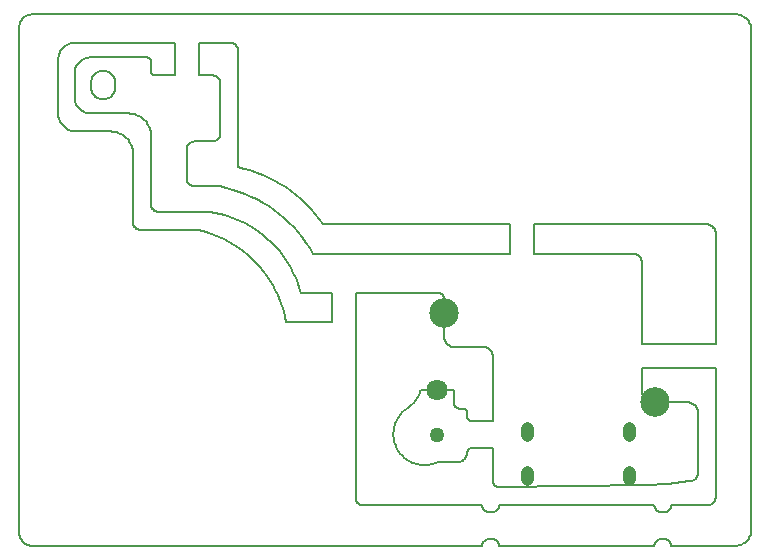
<source format=gbs>
G75*
G70*
%OFA0B0*%
%FSLAX24Y24*%
%IPPOS*%
%LPD*%
%AMOC8*
5,1,8,0,0,1.08239X$1,22.5*
%
%ADD10C,0.0050*%
%ADD11C,0.0004*%
%ADD12C,0.0433*%
%ADD13C,0.0500*%
%ADD14C,0.0709*%
%ADD15C,0.0984*%
D10*
X000929Y000534D02*
X015972Y000534D01*
X015972Y000562D01*
X015976Y000590D01*
X015983Y000617D01*
X015994Y000643D01*
X016008Y000667D01*
X016025Y000689D01*
X016045Y000709D01*
X016067Y000726D01*
X016091Y000740D01*
X016117Y000751D01*
X016144Y000758D01*
X016172Y000762D01*
X016322Y000762D01*
X016350Y000758D01*
X016377Y000751D01*
X016403Y000740D01*
X016427Y000726D01*
X016449Y000709D01*
X016469Y000689D01*
X016486Y000667D01*
X016500Y000643D01*
X016511Y000617D01*
X016518Y000590D01*
X016522Y000562D01*
X016522Y000534D01*
X021709Y000534D01*
X021709Y000562D01*
X021713Y000590D01*
X021720Y000617D01*
X021731Y000643D01*
X021745Y000667D01*
X021762Y000689D01*
X021782Y000709D01*
X021804Y000726D01*
X021828Y000740D01*
X021854Y000751D01*
X021881Y000758D01*
X021909Y000762D01*
X022059Y000762D01*
X022088Y000758D01*
X022115Y000751D01*
X022141Y000741D01*
X022166Y000727D01*
X022189Y000710D01*
X022209Y000690D01*
X022227Y000668D01*
X022241Y000643D01*
X022253Y000617D01*
X022260Y000590D01*
X022264Y000562D01*
X022265Y000534D01*
X022264Y000534D02*
X024328Y000534D01*
X024327Y000533D02*
X024374Y000530D01*
X024420Y000531D01*
X024466Y000536D01*
X024512Y000544D01*
X024556Y000557D01*
X024600Y000573D01*
X024642Y000592D01*
X024682Y000615D01*
X024720Y000641D01*
X024756Y000671D01*
X024790Y000703D01*
X024821Y000737D01*
X024848Y000775D01*
X024873Y000814D01*
X024894Y000855D01*
X024912Y000898D01*
X024926Y000942D01*
X024936Y000987D01*
X024943Y001033D01*
X024943Y001034D02*
X024943Y017752D01*
X024943Y017753D02*
X024936Y017798D01*
X024926Y017844D01*
X024911Y017888D01*
X024894Y017930D01*
X024872Y017971D01*
X024848Y018011D01*
X024820Y018048D01*
X024789Y018082D01*
X024756Y018114D01*
X024720Y018143D01*
X024682Y018170D01*
X024641Y018192D01*
X024599Y018212D01*
X024556Y018228D01*
X024511Y018240D01*
X024466Y018248D01*
X024420Y018253D01*
X024374Y018254D01*
X024327Y018251D01*
X024328Y018250D02*
X000929Y018250D01*
X000930Y018250D02*
X000889Y018243D01*
X000849Y018233D01*
X000809Y018219D01*
X000772Y018201D01*
X000736Y018180D01*
X000702Y018156D01*
X000671Y018129D01*
X000642Y018099D01*
X000616Y018066D01*
X000593Y018032D01*
X000574Y017995D01*
X000558Y017956D01*
X000546Y017917D01*
X000537Y017876D01*
X000532Y017835D01*
X000531Y017793D01*
X000534Y017752D01*
X000534Y001034D01*
X000531Y000993D01*
X000532Y000951D01*
X000537Y000910D01*
X000545Y000869D01*
X000558Y000829D01*
X000574Y000791D01*
X000593Y000754D01*
X000616Y000719D01*
X000642Y000686D01*
X000670Y000656D01*
X000702Y000629D01*
X000736Y000604D01*
X000772Y000583D01*
X000809Y000565D01*
X000848Y000551D01*
X000889Y000541D01*
X000930Y000534D01*
X009437Y007981D02*
X009399Y008165D01*
X009352Y008348D01*
X009296Y008528D01*
X009232Y008705D01*
X009159Y008878D01*
X009077Y009048D01*
X008988Y009214D01*
X008890Y009375D01*
X008785Y009532D01*
X008672Y009683D01*
X008552Y009828D01*
X008425Y009967D01*
X008291Y010100D01*
X008151Y010226D01*
X008005Y010345D01*
X007854Y010457D01*
X007697Y010562D01*
X007535Y010659D01*
X007369Y010747D01*
X007199Y010828D01*
X007025Y010900D01*
X006847Y010964D01*
X006667Y011019D01*
X006484Y011065D01*
X004578Y011065D01*
X004548Y011067D01*
X004518Y011072D01*
X004489Y011081D01*
X004462Y011094D01*
X004436Y011109D01*
X004412Y011128D01*
X004391Y011149D01*
X004372Y011173D01*
X004357Y011199D01*
X004344Y011226D01*
X004335Y011255D01*
X004330Y011285D01*
X004328Y011315D01*
X004328Y013595D01*
X004326Y013649D01*
X004320Y013702D01*
X004311Y013754D01*
X004298Y013806D01*
X004281Y013857D01*
X004260Y013907D01*
X004236Y013954D01*
X004209Y014000D01*
X004178Y014044D01*
X004145Y014086D01*
X004108Y014125D01*
X004069Y014162D01*
X004027Y014195D01*
X003983Y014226D01*
X003937Y014253D01*
X003890Y014277D01*
X003840Y014298D01*
X003789Y014315D01*
X003737Y014328D01*
X003685Y014337D01*
X003632Y014343D01*
X003578Y014345D01*
X002387Y014345D01*
X002341Y014350D01*
X002296Y014359D01*
X002251Y014371D01*
X002207Y014386D01*
X002165Y014405D01*
X002124Y014428D01*
X002085Y014453D01*
X002048Y014481D01*
X002014Y014512D01*
X001982Y014546D01*
X001953Y014582D01*
X001927Y014621D01*
X001903Y014661D01*
X001884Y014703D01*
X001867Y014746D01*
X001854Y014791D01*
X001844Y014836D01*
X001838Y014882D01*
X001836Y014928D01*
X001837Y014975D01*
X001837Y016756D01*
X001839Y016801D01*
X001845Y016847D01*
X001854Y016891D01*
X001867Y016935D01*
X001883Y016977D01*
X001903Y017018D01*
X001927Y017057D01*
X001953Y017094D01*
X001982Y017129D01*
X002014Y017161D01*
X002049Y017190D01*
X002086Y017216D01*
X002125Y017240D01*
X002166Y017260D01*
X002208Y017276D01*
X002252Y017289D01*
X002296Y017298D01*
X002342Y017304D01*
X002387Y017306D01*
X005733Y017306D01*
X005733Y016215D01*
X005078Y016215D01*
X005055Y016217D01*
X005032Y016222D01*
X005010Y016231D01*
X004990Y016244D01*
X004972Y016259D01*
X004957Y016277D01*
X004944Y016297D01*
X004935Y016319D01*
X004930Y016342D01*
X004928Y016365D01*
X004928Y016665D01*
X004926Y016688D01*
X004921Y016711D01*
X004912Y016733D01*
X004899Y016753D01*
X004884Y016771D01*
X004866Y016786D01*
X004846Y016799D01*
X004824Y016808D01*
X004801Y016813D01*
X004778Y016815D01*
X002928Y016815D01*
X002883Y016813D01*
X002837Y016807D01*
X002793Y016798D01*
X002749Y016785D01*
X002707Y016769D01*
X002666Y016749D01*
X002627Y016725D01*
X002590Y016699D01*
X002555Y016670D01*
X002523Y016638D01*
X002494Y016603D01*
X002468Y016566D01*
X002444Y016527D01*
X002424Y016486D01*
X002408Y016444D01*
X002395Y016400D01*
X002386Y016356D01*
X002380Y016310D01*
X002378Y016265D01*
X002378Y015495D01*
X002380Y015450D01*
X002386Y015404D01*
X002395Y015360D01*
X002408Y015316D01*
X002424Y015274D01*
X002444Y015233D01*
X002468Y015194D01*
X002494Y015157D01*
X002523Y015122D01*
X002555Y015090D01*
X002590Y015061D01*
X002627Y015035D01*
X002666Y015011D01*
X002707Y014991D01*
X002749Y014975D01*
X002793Y014962D01*
X002837Y014953D01*
X002883Y014947D01*
X002928Y014945D01*
X004178Y014945D01*
X004232Y014943D01*
X004285Y014937D01*
X004337Y014928D01*
X004389Y014915D01*
X004440Y014898D01*
X004490Y014877D01*
X004537Y014853D01*
X004583Y014826D01*
X004627Y014795D01*
X004669Y014762D01*
X004708Y014725D01*
X004745Y014686D01*
X004778Y014644D01*
X004809Y014600D01*
X004836Y014554D01*
X004860Y014507D01*
X004881Y014457D01*
X004898Y014406D01*
X004911Y014354D01*
X004920Y014302D01*
X004926Y014249D01*
X004928Y014195D01*
X004928Y011915D01*
X004930Y011885D01*
X004935Y011855D01*
X004944Y011826D01*
X004957Y011799D01*
X004972Y011773D01*
X004991Y011749D01*
X005012Y011728D01*
X005036Y011709D01*
X005062Y011694D01*
X005089Y011681D01*
X005118Y011672D01*
X005148Y011667D01*
X005178Y011665D01*
X006878Y011665D01*
X007228Y012515D02*
X006378Y012515D01*
X006348Y012517D01*
X006318Y012522D01*
X006289Y012531D01*
X006262Y012544D01*
X006236Y012559D01*
X006212Y012578D01*
X006191Y012599D01*
X006172Y012623D01*
X006157Y012649D01*
X006144Y012676D01*
X006135Y012705D01*
X006130Y012735D01*
X006128Y012765D01*
X006128Y013765D01*
X006130Y013795D01*
X006135Y013825D01*
X006144Y013854D01*
X006157Y013881D01*
X006172Y013907D01*
X006191Y013931D01*
X006212Y013952D01*
X006236Y013971D01*
X006262Y013986D01*
X006289Y013999D01*
X006318Y014008D01*
X006348Y014013D01*
X006378Y014015D01*
X006978Y014015D01*
X007008Y014017D01*
X007038Y014022D01*
X007067Y014031D01*
X007094Y014044D01*
X007120Y014059D01*
X007144Y014078D01*
X007165Y014099D01*
X007184Y014123D01*
X007199Y014149D01*
X007212Y014176D01*
X007221Y014205D01*
X007226Y014235D01*
X007228Y014265D01*
X007228Y015965D01*
X007226Y015995D01*
X007221Y016025D01*
X007212Y016054D01*
X007199Y016081D01*
X007184Y016107D01*
X007165Y016131D01*
X007144Y016152D01*
X007120Y016171D01*
X007094Y016186D01*
X007067Y016199D01*
X007038Y016208D01*
X007008Y016213D01*
X006978Y016215D01*
X006521Y016215D01*
X006521Y017306D01*
X007568Y017306D01*
X007569Y017306D02*
X007599Y017304D01*
X007628Y017299D01*
X007657Y017291D01*
X007684Y017279D01*
X007710Y017263D01*
X007734Y017245D01*
X007755Y017224D01*
X007774Y017201D01*
X007790Y017175D01*
X007802Y017148D01*
X007811Y017119D01*
X007817Y017090D01*
X007819Y017060D01*
X007818Y017060D02*
X007818Y013156D01*
X010657Y011256D02*
X016908Y011256D01*
X016908Y010259D01*
X010328Y010259D01*
X009928Y008965D02*
X010960Y008965D01*
X010960Y007981D01*
X009437Y007981D01*
X011747Y008965D02*
X011747Y002142D01*
X011747Y002141D02*
X011748Y002112D01*
X011752Y002083D01*
X011760Y002054D01*
X011771Y002027D01*
X011786Y002001D01*
X011803Y001977D01*
X011823Y001955D01*
X011846Y001936D01*
X011871Y001920D01*
X011897Y001907D01*
X011925Y001897D01*
X011954Y001891D01*
X011984Y001888D01*
X011983Y001888D02*
X015972Y001888D01*
X015972Y001860D01*
X015976Y001832D01*
X015983Y001805D01*
X015994Y001779D01*
X016008Y001755D01*
X016025Y001733D01*
X016045Y001713D01*
X016067Y001696D01*
X016091Y001682D01*
X016117Y001671D01*
X016144Y001664D01*
X016172Y001660D01*
X016322Y001660D01*
X016350Y001664D01*
X016377Y001671D01*
X016403Y001682D01*
X016427Y001696D01*
X016449Y001713D01*
X016469Y001733D01*
X016486Y001755D01*
X016500Y001779D01*
X016511Y001805D01*
X016518Y001832D01*
X016522Y001860D01*
X016522Y001888D01*
X021709Y001888D01*
X021709Y001860D01*
X021713Y001832D01*
X021720Y001805D01*
X021731Y001779D01*
X021745Y001755D01*
X021762Y001733D01*
X021782Y001713D01*
X021804Y001696D01*
X021828Y001682D01*
X021854Y001671D01*
X021881Y001664D01*
X021909Y001660D01*
X022059Y001660D01*
X022088Y001664D01*
X022115Y001671D01*
X022141Y001681D01*
X022166Y001695D01*
X022189Y001712D01*
X022209Y001732D01*
X022227Y001754D01*
X022241Y001779D01*
X022253Y001805D01*
X022260Y001832D01*
X022264Y001860D01*
X022265Y001888D01*
X022264Y001888D02*
X023464Y001888D01*
X023497Y001890D01*
X023530Y001896D01*
X023562Y001905D01*
X023592Y001918D01*
X023621Y001935D01*
X023648Y001954D01*
X023673Y001976D01*
X023695Y002001D01*
X023714Y002028D01*
X023730Y002058D01*
X023742Y002088D01*
X023751Y002120D01*
X023756Y002153D01*
X023758Y002186D01*
X023758Y006464D01*
X021278Y006464D01*
X021278Y005715D01*
X021282Y005676D01*
X021290Y005637D01*
X021301Y005600D01*
X021315Y005563D01*
X021333Y005528D01*
X021355Y005495D01*
X021379Y005464D01*
X021406Y005435D01*
X021435Y005409D01*
X021467Y005386D01*
X021500Y005365D01*
X021536Y005348D01*
X021573Y005334D01*
X021611Y005324D01*
X021649Y005317D01*
X021689Y005314D01*
X021728Y005315D01*
X022828Y005315D01*
X022827Y005316D02*
X022863Y005311D01*
X022899Y005303D01*
X022933Y005291D01*
X022967Y005276D01*
X022998Y005258D01*
X023028Y005237D01*
X023055Y005213D01*
X023080Y005186D01*
X023102Y005157D01*
X023121Y005126D01*
X023137Y005094D01*
X023150Y005059D01*
X023160Y005024D01*
X023166Y004988D01*
X023168Y004952D01*
X023167Y004916D01*
X023167Y004915D02*
X023167Y002977D01*
X023165Y002944D01*
X023160Y002912D01*
X023151Y002880D01*
X023138Y002849D01*
X023122Y002821D01*
X023103Y002794D01*
X023081Y002769D01*
X023056Y002747D01*
X023029Y002728D01*
X023001Y002712D01*
X022970Y002699D01*
X022938Y002690D01*
X022906Y002685D01*
X022873Y002683D01*
X021424Y002565D02*
X016564Y002479D01*
X016534Y002481D01*
X016504Y002486D01*
X016475Y002495D01*
X016448Y002508D01*
X016422Y002523D01*
X016398Y002542D01*
X016377Y002563D01*
X016358Y002587D01*
X016343Y002613D01*
X016330Y002640D01*
X016321Y002669D01*
X016316Y002699D01*
X016314Y002729D01*
X016314Y003798D01*
X015645Y003798D01*
X015622Y003799D01*
X015599Y003796D01*
X015576Y003790D01*
X015555Y003780D01*
X015535Y003768D01*
X015517Y003753D01*
X015502Y003736D01*
X015489Y003716D01*
X015479Y003695D01*
X015472Y003673D01*
X015469Y003650D01*
X015468Y003649D02*
X015467Y003616D01*
X015462Y003583D01*
X015453Y003551D01*
X015442Y003520D01*
X015427Y003490D01*
X015409Y003462D01*
X015388Y003436D01*
X015365Y003412D01*
X015340Y003391D01*
X015312Y003372D01*
X015282Y003357D01*
X015251Y003345D01*
X015219Y003336D01*
X015186Y003330D01*
X015153Y003328D01*
X014493Y003328D01*
X014436Y003302D01*
X014377Y003280D01*
X014317Y003262D01*
X014255Y003248D01*
X014193Y003237D01*
X014131Y003230D01*
X014068Y003226D01*
X014005Y003227D01*
X013942Y003231D01*
X013880Y003239D01*
X013818Y003251D01*
X013757Y003267D01*
X013697Y003286D01*
X013639Y003309D01*
X013582Y003335D01*
X013526Y003365D01*
X013473Y003398D01*
X013421Y003434D01*
X013372Y003473D01*
X013326Y003515D01*
X013281Y003560D01*
X013240Y003608D01*
X013202Y003658D01*
X013167Y003710D01*
X013135Y003764D01*
X013106Y003820D01*
X013081Y003878D01*
X013059Y003937D01*
X013041Y003997D01*
X013027Y004058D01*
X013016Y004120D01*
X013009Y004183D01*
X013006Y004246D01*
X013007Y004308D01*
X013011Y004371D01*
X013020Y004434D01*
X013032Y004495D01*
X013048Y004556D01*
X013067Y004616D01*
X013090Y004675D01*
X013117Y004732D01*
X013147Y004787D01*
X013180Y004840D01*
X013216Y004892D01*
X013256Y004941D01*
X013298Y004987D01*
X013343Y005031D01*
X013391Y005072D01*
X013441Y005110D01*
X013928Y005738D02*
X015028Y005738D01*
X015028Y005288D01*
X015029Y005288D02*
X015028Y005264D01*
X015031Y005241D01*
X015038Y005219D01*
X015047Y005197D01*
X015059Y005177D01*
X015075Y005160D01*
X015092Y005144D01*
X015112Y005131D01*
X015133Y005121D01*
X015155Y005114D01*
X015178Y005111D01*
X015178Y005110D02*
X015318Y005110D01*
X015341Y005106D01*
X015363Y005100D01*
X015384Y005091D01*
X015403Y005078D01*
X015421Y005063D01*
X015436Y005046D01*
X015448Y005027D01*
X015458Y005006D01*
X015464Y004984D01*
X015468Y004961D01*
X015468Y004938D01*
X015468Y004876D01*
X015469Y004876D02*
X015468Y004853D01*
X015471Y004830D01*
X015477Y004808D01*
X015486Y004787D01*
X015498Y004767D01*
X015512Y004749D01*
X015529Y004733D01*
X015548Y004720D01*
X015569Y004710D01*
X015591Y004703D01*
X015614Y004699D01*
X015613Y004698D02*
X016314Y004698D01*
X016314Y006881D01*
X016314Y006880D02*
X016310Y006913D01*
X016303Y006944D01*
X016293Y006975D01*
X016279Y007005D01*
X016262Y007032D01*
X016242Y007058D01*
X016219Y007081D01*
X016193Y007101D01*
X016166Y007119D01*
X016137Y007133D01*
X016106Y007144D01*
X016074Y007152D01*
X016042Y007155D01*
X016010Y007156D01*
X016009Y007156D02*
X015014Y007156D01*
X014979Y007160D01*
X014944Y007169D01*
X014910Y007180D01*
X014878Y007195D01*
X014847Y007214D01*
X014819Y007236D01*
X014793Y007260D01*
X014770Y007287D01*
X014749Y007316D01*
X014732Y007348D01*
X014718Y007381D01*
X014708Y007415D01*
X014701Y007450D01*
X014698Y007485D01*
X014699Y007521D01*
X014699Y008765D01*
X014700Y008765D02*
X014697Y008792D01*
X014690Y008819D01*
X014680Y008845D01*
X014666Y008869D01*
X014650Y008891D01*
X014630Y008911D01*
X014609Y008928D01*
X014585Y008942D01*
X014560Y008953D01*
X014533Y008960D01*
X014506Y008964D01*
X014478Y008965D01*
X011747Y008965D01*
X013928Y005738D02*
X013910Y005678D01*
X013888Y005619D01*
X013862Y005562D01*
X013833Y005506D01*
X013801Y005453D01*
X013765Y005401D01*
X013727Y005351D01*
X013686Y005304D01*
X013641Y005259D01*
X013595Y005218D01*
X013545Y005179D01*
X013494Y005143D01*
X013440Y005110D01*
X010657Y011256D02*
X010530Y011434D01*
X010394Y011605D01*
X010250Y011770D01*
X010099Y011928D01*
X009940Y012078D01*
X009774Y012221D01*
X009601Y012356D01*
X009422Y012482D01*
X009238Y012599D01*
X009047Y012707D01*
X008852Y012806D01*
X008653Y012896D01*
X008449Y012976D01*
X008242Y013046D01*
X008031Y013106D01*
X007818Y013156D01*
X003728Y015815D02*
X003728Y015965D01*
X003726Y016004D01*
X003720Y016043D01*
X003711Y016081D01*
X003698Y016118D01*
X003681Y016154D01*
X003661Y016187D01*
X003637Y016219D01*
X003611Y016248D01*
X003582Y016274D01*
X003550Y016298D01*
X003517Y016318D01*
X003481Y016335D01*
X003444Y016348D01*
X003406Y016357D01*
X003367Y016363D01*
X003328Y016365D01*
X003289Y016363D01*
X003250Y016357D01*
X003212Y016348D01*
X003175Y016335D01*
X003139Y016318D01*
X003106Y016298D01*
X003074Y016274D01*
X003045Y016248D01*
X003019Y016219D01*
X002995Y016187D01*
X002975Y016154D01*
X002958Y016118D01*
X002945Y016081D01*
X002936Y016043D01*
X002930Y016004D01*
X002928Y015965D01*
X002928Y015815D01*
X002930Y015776D01*
X002936Y015737D01*
X002945Y015699D01*
X002958Y015662D01*
X002975Y015626D01*
X002995Y015593D01*
X003019Y015561D01*
X003045Y015532D01*
X003074Y015506D01*
X003106Y015482D01*
X003139Y015462D01*
X003175Y015445D01*
X003212Y015432D01*
X003250Y015423D01*
X003289Y015417D01*
X003328Y015415D01*
X003367Y015417D01*
X003406Y015423D01*
X003444Y015432D01*
X003481Y015445D01*
X003517Y015462D01*
X003550Y015482D01*
X003582Y015506D01*
X003611Y015532D01*
X003637Y015561D01*
X003661Y015593D01*
X003681Y015626D01*
X003698Y015662D01*
X003711Y015699D01*
X003720Y015737D01*
X003726Y015776D01*
X003728Y015815D01*
X007228Y012515D02*
X007443Y012468D01*
X007655Y012410D01*
X007864Y012342D01*
X008070Y012264D01*
X008271Y012176D01*
X008469Y012079D01*
X008661Y011972D01*
X008847Y011856D01*
X009028Y011730D01*
X009203Y011597D01*
X009371Y011455D01*
X009532Y011305D01*
X009685Y011147D01*
X009831Y010983D01*
X009968Y010811D01*
X010097Y010633D01*
X010217Y010449D01*
X010328Y010259D01*
X009928Y008965D02*
X009877Y009137D01*
X009818Y009307D01*
X009751Y009474D01*
X009675Y009637D01*
X009592Y009797D01*
X009501Y009952D01*
X009403Y010102D01*
X009298Y010248D01*
X009185Y010388D01*
X009066Y010523D01*
X008941Y010652D01*
X008809Y010774D01*
X008671Y010890D01*
X008528Y010999D01*
X008380Y011101D01*
X008227Y011195D01*
X008070Y011282D01*
X007909Y011362D01*
X007744Y011433D01*
X007576Y011496D01*
X007404Y011551D01*
X007231Y011598D01*
X007055Y011636D01*
X006878Y011665D01*
X017695Y011256D02*
X017695Y010259D01*
X021028Y010259D01*
X021058Y010258D01*
X021087Y010253D01*
X021116Y010244D01*
X021143Y010232D01*
X021169Y010217D01*
X021192Y010199D01*
X021214Y010178D01*
X021232Y010155D01*
X021248Y010130D01*
X021261Y010103D01*
X021270Y010074D01*
X021276Y010045D01*
X021278Y010015D01*
X021278Y007252D01*
X023758Y007252D01*
X023758Y010915D01*
X023757Y010916D02*
X023756Y010951D01*
X023751Y010985D01*
X023742Y011019D01*
X023730Y011052D01*
X023715Y011084D01*
X023696Y011114D01*
X023674Y011141D01*
X023650Y011166D01*
X023623Y011189D01*
X023594Y011208D01*
X023563Y011225D01*
X023531Y011238D01*
X023497Y011248D01*
X023462Y011254D01*
X023427Y011256D01*
X023428Y011256D02*
X017695Y011256D01*
X021424Y002565D02*
X022150Y002608D01*
X022873Y002683D01*
D11*
X020956Y002742D02*
X020956Y002986D01*
X020955Y002986D02*
X020953Y003006D01*
X020948Y003025D01*
X020939Y003043D01*
X020927Y003059D01*
X020912Y003072D01*
X020895Y003083D01*
X020877Y003090D01*
X020857Y003094D01*
X020837Y003094D01*
X020817Y003090D01*
X020799Y003083D01*
X020782Y003072D01*
X020767Y003059D01*
X020755Y003043D01*
X020746Y003025D01*
X020741Y003006D01*
X020739Y002986D01*
X020739Y002742D01*
X020741Y002722D01*
X020746Y002703D01*
X020755Y002685D01*
X020767Y002669D01*
X020782Y002656D01*
X020799Y002645D01*
X020817Y002638D01*
X020837Y002634D01*
X020857Y002634D01*
X020877Y002638D01*
X020895Y002645D01*
X020912Y002656D01*
X020927Y002669D01*
X020939Y002685D01*
X020948Y002703D01*
X020953Y002722D01*
X020955Y002742D01*
X020956Y004238D02*
X020956Y004483D01*
X020955Y004483D02*
X020953Y004503D01*
X020948Y004522D01*
X020939Y004540D01*
X020927Y004556D01*
X020912Y004569D01*
X020895Y004580D01*
X020877Y004587D01*
X020857Y004591D01*
X020837Y004591D01*
X020817Y004587D01*
X020799Y004580D01*
X020782Y004569D01*
X020767Y004556D01*
X020755Y004540D01*
X020746Y004522D01*
X020741Y004503D01*
X020739Y004483D01*
X020739Y004238D01*
X020741Y004218D01*
X020746Y004199D01*
X020755Y004181D01*
X020767Y004165D01*
X020782Y004152D01*
X020799Y004141D01*
X020817Y004134D01*
X020837Y004130D01*
X020857Y004130D01*
X020877Y004134D01*
X020895Y004141D01*
X020912Y004152D01*
X020927Y004165D01*
X020939Y004181D01*
X020948Y004199D01*
X020953Y004218D01*
X020955Y004238D01*
X017554Y004238D02*
X017554Y004483D01*
X017552Y004503D01*
X017547Y004522D01*
X017538Y004540D01*
X017526Y004556D01*
X017511Y004569D01*
X017494Y004580D01*
X017476Y004587D01*
X017456Y004591D01*
X017436Y004591D01*
X017416Y004587D01*
X017398Y004580D01*
X017381Y004569D01*
X017366Y004556D01*
X017354Y004540D01*
X017345Y004522D01*
X017340Y004503D01*
X017338Y004483D01*
X017338Y004238D01*
X017340Y004218D01*
X017345Y004199D01*
X017354Y004181D01*
X017366Y004165D01*
X017381Y004152D01*
X017398Y004141D01*
X017416Y004134D01*
X017436Y004130D01*
X017456Y004130D01*
X017476Y004134D01*
X017494Y004141D01*
X017511Y004152D01*
X017526Y004165D01*
X017538Y004181D01*
X017547Y004199D01*
X017552Y004218D01*
X017554Y004238D01*
X017554Y002986D02*
X017554Y002742D01*
X017552Y002722D01*
X017547Y002703D01*
X017538Y002685D01*
X017526Y002669D01*
X017511Y002656D01*
X017494Y002645D01*
X017476Y002638D01*
X017456Y002634D01*
X017436Y002634D01*
X017416Y002638D01*
X017398Y002645D01*
X017381Y002656D01*
X017366Y002669D01*
X017354Y002685D01*
X017345Y002703D01*
X017340Y002722D01*
X017338Y002742D01*
X017338Y002986D01*
X017340Y003006D01*
X017345Y003025D01*
X017354Y003043D01*
X017366Y003059D01*
X017381Y003072D01*
X017398Y003083D01*
X017416Y003090D01*
X017436Y003094D01*
X017456Y003094D01*
X017476Y003090D01*
X017494Y003083D01*
X017511Y003072D01*
X017526Y003059D01*
X017538Y003043D01*
X017547Y003025D01*
X017552Y003006D01*
X017554Y002986D01*
D12*
X017446Y002744D02*
X017446Y002744D01*
X017446Y002980D01*
X017446Y002980D01*
X017446Y002744D01*
X017446Y004241D02*
X017446Y004241D01*
X017446Y004477D01*
X017446Y004477D01*
X017446Y004241D01*
X020847Y004241D02*
X020847Y004241D01*
X020847Y004477D01*
X020847Y004477D01*
X020847Y004241D01*
X020847Y002744D02*
X020847Y002744D01*
X020847Y002980D01*
X020847Y002980D01*
X020847Y002744D01*
D13*
X014468Y004240D03*
D14*
X014477Y005728D03*
D15*
X014710Y008279D03*
X021725Y005319D03*
M02*

</source>
